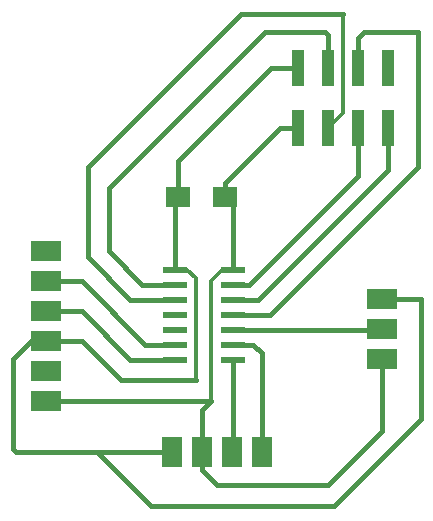
<source format=gbr>
%TF.GenerationSoftware,KiCad,Pcbnew,(6.0.0-0)*%
%TF.CreationDate,2022-05-05T17:05:29-04:00*%
%TF.ProjectId,networking,6e657477-6f72-46b6-996e-672e6b696361,rev?*%
%TF.SameCoordinates,Original*%
%TF.FileFunction,Copper,L1,Top*%
%TF.FilePolarity,Positive*%
%FSLAX46Y46*%
G04 Gerber Fmt 4.6, Leading zero omitted, Abs format (unit mm)*
G04 Created by KiCad (PCBNEW (6.0.0-0)) date 2022-05-05 17:05:29*
%MOMM*%
%LPD*%
G01*
G04 APERTURE LIST*
%TA.AperFunction,SMDPad,CuDef*%
%ADD10R,2.500000X1.700000*%
%TD*%
%TA.AperFunction,SMDPad,CuDef*%
%ADD11R,2.000000X1.700000*%
%TD*%
%TA.AperFunction,SMDPad,CuDef*%
%ADD12R,1.700000X2.500000*%
%TD*%
%TA.AperFunction,SMDPad,CuDef*%
%ADD13R,1.000000X3.150000*%
%TD*%
%TA.AperFunction,SMDPad,CuDef*%
%ADD14R,2.000000X0.600000*%
%TD*%
%TA.AperFunction,Conductor*%
%ADD15C,0.400000*%
%TD*%
%TA.AperFunction,Conductor*%
%ADD16C,0.330000*%
%TD*%
%TA.AperFunction,Conductor*%
%ADD17C,0.250000*%
%TD*%
G04 APERTURE END LIST*
D10*
%TO.P,J2,1,GND*%
%TO.N,GND*%
X138684000Y-148590000D03*
%TO.P,J2,2,CTS*%
%TO.N,unconnected-(J2-Pad2)*%
X138684000Y-146050000D03*
%TO.P,J2,3,VCC*%
%TO.N,VCC*%
X138684000Y-143510000D03*
%TO.P,J2,4,TX*%
%TO.N,TXD*%
X138684000Y-140970000D03*
%TO.P,J2,5,RX*%
%TO.N,RXD*%
X138684000Y-138430000D03*
%TO.P,J2,6,RTS*%
%TO.N,unconnected-(J2-Pad6)*%
X138684000Y-135890000D03*
%TD*%
D11*
%TO.P,C1,1*%
%TO.N,GND*%
X153892000Y-131318000D03*
%TO.P,C1,2*%
%TO.N,VCC*%
X149892000Y-131318000D03*
%TD*%
D10*
%TO.P,J1,1,Pin_1*%
%TO.N,GND*%
X167146000Y-145044000D03*
%TO.P,J1,2,Pin_2*%
%TO.N,UPDI*%
X167146000Y-142504000D03*
%TO.P,J1,3,Pin_3*%
%TO.N,VCC*%
X167146000Y-139964000D03*
%TD*%
D12*
%TO.P,J4,1,Pin_1*%
%TO.N,VRx*%
X156972000Y-152908000D03*
%TO.P,J4,2,Pin_2*%
%TO.N,VRy*%
X154432000Y-152908000D03*
%TO.P,J4,3,Pin_3*%
%TO.N,GND*%
X151892000Y-152908000D03*
%TO.P,J4,4,Pin_4*%
%TO.N,VCC*%
X149352000Y-152908000D03*
%TD*%
D13*
%TO.P,J3,1,Pin_1*%
%TO.N,GND*%
X160020000Y-125461000D03*
%TO.P,J3,2,Pin_2*%
%TO.N,VCC*%
X160020000Y-120411000D03*
%TO.P,J3,3,Pin_3*%
%TO.N,CE*%
X162560000Y-125461000D03*
%TO.P,J3,4,Pin_4*%
%TO.N,CSN*%
X162560000Y-120411000D03*
%TO.P,J3,5,Pin_5*%
%TO.N,SCK*%
X165100000Y-125461000D03*
%TO.P,J3,6,Pin_6*%
%TO.N,MOSI*%
X165100000Y-120411000D03*
%TO.P,J3,7,Pin_7*%
%TO.N,MISO*%
X167640000Y-125461000D03*
%TO.P,J3,8,Pin_8*%
%TO.N,unconnected-(J3-Pad8)*%
X167640000Y-120411000D03*
%TD*%
D14*
%TO.P,U1,1,VCC*%
%TO.N,VCC*%
X149619000Y-137482000D03*
%TO.P,U1,2,PA4*%
%TO.N,CSN*%
X149619000Y-138752000D03*
%TO.P,U1,3,PA5*%
%TO.N,CE*%
X149619000Y-140022000D03*
%TO.P,U1,4,PA6/DAC*%
%TO.N,unconnected-(U1-Pad4)*%
X149619000Y-141292000D03*
%TO.P,U1,5,PA7*%
%TO.N,unconnected-(U1-Pad5)*%
X149619000Y-142562000D03*
%TO.P,U1,6,PB3/RXD*%
%TO.N,RXD*%
X149619000Y-143832000D03*
%TO.P,U1,7,PB2/TXD*%
%TO.N,TXD*%
X149619000Y-145102000D03*
%TO.P,U1,8,PB1/SDA*%
%TO.N,VRy*%
X154569000Y-145102000D03*
%TO.P,U1,9,PB0/SCL*%
%TO.N,VRx*%
X154569000Y-143832000D03*
%TO.P,U1,10,~{RESET}/UPDI/PA0*%
%TO.N,UPDI*%
X154569000Y-142562000D03*
%TO.P,U1,11,PA1*%
%TO.N,MOSI*%
X154569000Y-141292000D03*
%TO.P,U1,12,PA2*%
%TO.N,MISO*%
X154569000Y-140022000D03*
%TO.P,U1,13,PA3/SCK*%
%TO.N,SCK*%
X154569000Y-138752000D03*
%TO.P,U1,14,GND*%
%TO.N,GND*%
X154569000Y-137482000D03*
%TD*%
D15*
%TO.N,SCK*%
X165100000Y-125461000D02*
X165100000Y-129540000D01*
X165100000Y-129540000D02*
X155888000Y-138752000D01*
X155888000Y-138752000D02*
X154569000Y-138752000D01*
%TO.N,VRx*%
X156972000Y-152908000D02*
X156972000Y-144526000D01*
X156972000Y-144526000D02*
X156278000Y-143832000D01*
X156278000Y-143832000D02*
X154569000Y-143832000D01*
%TO.N,CE*%
X149619000Y-140022000D02*
X145864000Y-140022000D01*
X145864000Y-140022000D02*
X142240000Y-136398000D01*
X142240000Y-136398000D02*
X142240000Y-128778000D01*
X142240000Y-128778000D02*
X155194000Y-115824000D01*
D16*
X163830000Y-124191000D02*
X162560000Y-125461000D01*
D15*
X155194000Y-115824000D02*
X163830000Y-115824000D01*
D16*
X163830000Y-115824000D02*
X163830000Y-124191000D01*
D15*
%TO.N,MOSI*%
X165608000Y-117348000D02*
X165100000Y-117856000D01*
X165100000Y-117856000D02*
X165100000Y-120411000D01*
X170180000Y-117348000D02*
X165608000Y-117348000D01*
X170180000Y-128778000D02*
X170180000Y-117348000D01*
%TO.N,CSN*%
X149619000Y-138752000D02*
X146880000Y-138752000D01*
X157226000Y-117348000D02*
X162306000Y-117348000D01*
X146880000Y-138752000D02*
X144018000Y-135890000D01*
X144018000Y-135890000D02*
X144018000Y-130556000D01*
X162306000Y-117348000D02*
X162560000Y-117602000D01*
X144018000Y-130556000D02*
X157226000Y-117348000D01*
X162560000Y-117602000D02*
X162560000Y-120411000D01*
%TO.N,MOSI*%
X157666000Y-141292000D02*
X170180000Y-128778000D01*
X154569000Y-141292000D02*
X157666000Y-141292000D01*
%TO.N,MISO*%
X156650000Y-140022000D02*
X167640000Y-129032000D01*
X154569000Y-140022000D02*
X156650000Y-140022000D01*
X167640000Y-129032000D02*
X167640000Y-125461000D01*
D17*
%TO.N,SCK*%
X154569000Y-138752000D02*
X155269000Y-138752000D01*
D15*
%TO.N,GND*%
X153892000Y-131318000D02*
X153892000Y-130080000D01*
X153892000Y-130080000D02*
X158511000Y-125461000D01*
X158511000Y-125461000D02*
X160020000Y-125461000D01*
%TO.N,VCC*%
X149892000Y-128238000D02*
X157734000Y-120396000D01*
X149892000Y-131318000D02*
X149892000Y-128238000D01*
D17*
X157734000Y-120396000D02*
X157749000Y-120411000D01*
D15*
X157749000Y-120411000D02*
X160020000Y-120411000D01*
X136144000Y-152908000D02*
X143002000Y-152908000D01*
X170424000Y-139964000D02*
X167146000Y-139964000D01*
X143002000Y-152908000D02*
X149352000Y-152908000D01*
X143002000Y-152908000D02*
X147574000Y-157480000D01*
X170434000Y-150114000D02*
X170434000Y-139954000D01*
X147574000Y-157480000D02*
X163068000Y-157480000D01*
X163068000Y-157480000D02*
X170434000Y-150114000D01*
D17*
X170434000Y-139954000D02*
X170424000Y-139964000D01*
D15*
%TO.N,GND*%
X151892000Y-152908000D02*
X151892000Y-154432000D01*
X151892000Y-154432000D02*
X153162000Y-155702000D01*
X153162000Y-155702000D02*
X162560000Y-155702000D01*
X162560000Y-155702000D02*
X167146000Y-151116000D01*
X167146000Y-151116000D02*
X167146000Y-145044000D01*
X152654000Y-148590000D02*
X151892000Y-149352000D01*
X151892000Y-149352000D02*
X151892000Y-152908000D01*
X138684000Y-148590000D02*
X152654000Y-148590000D01*
%TO.N,VCC*%
X135890000Y-152654000D02*
X136144000Y-152908000D01*
X135890000Y-145034000D02*
X135890000Y-152654000D01*
D17*
X138684000Y-143510000D02*
X137414000Y-143510000D01*
D15*
X137414000Y-143510000D02*
X135890000Y-145034000D01*
D17*
%TO.N,GND*%
X154569000Y-137482000D02*
X153602000Y-137482000D01*
D16*
X152654000Y-138430000D02*
X152654000Y-148590000D01*
X153602000Y-137482000D02*
X152654000Y-138430000D01*
D17*
%TO.N,VCC*%
X149619000Y-137482000D02*
X150690000Y-137482000D01*
D15*
X151384000Y-146812000D02*
X145034000Y-146812000D01*
X141732000Y-143510000D02*
X138684000Y-143510000D01*
D16*
X150690000Y-137482000D02*
X151384000Y-138176000D01*
D15*
X145034000Y-146812000D02*
X141732000Y-143510000D01*
D16*
X151384000Y-138176000D02*
X151384000Y-146812000D01*
D15*
%TO.N,UPDI*%
X154569000Y-142562000D02*
X167088000Y-142562000D01*
D17*
X167088000Y-142562000D02*
X167146000Y-142504000D01*
%TO.N,VRx*%
X155269000Y-143832000D02*
X154569000Y-143832000D01*
D15*
%TO.N,VRy*%
X154569000Y-145102000D02*
X154569000Y-152771000D01*
D17*
X154569000Y-152771000D02*
X154432000Y-152908000D01*
D15*
%TO.N,TXD*%
X145864000Y-145102000D02*
X141732000Y-140970000D01*
X141732000Y-140970000D02*
X138684000Y-140970000D01*
X149619000Y-145102000D02*
X145864000Y-145102000D01*
%TO.N,RXD*%
X147134000Y-143832000D02*
X141732000Y-138430000D01*
X141732000Y-138430000D02*
X138684000Y-138430000D01*
X149619000Y-143832000D02*
X147134000Y-143832000D01*
%TO.N,GND*%
X154569000Y-137482000D02*
X154569000Y-131995000D01*
D17*
X154569000Y-131995000D02*
X153892000Y-131318000D01*
D15*
%TO.N,VCC*%
X149619000Y-137482000D02*
X149619000Y-131591000D01*
D17*
X149619000Y-131591000D02*
X149892000Y-131318000D01*
%TD*%
M02*

</source>
